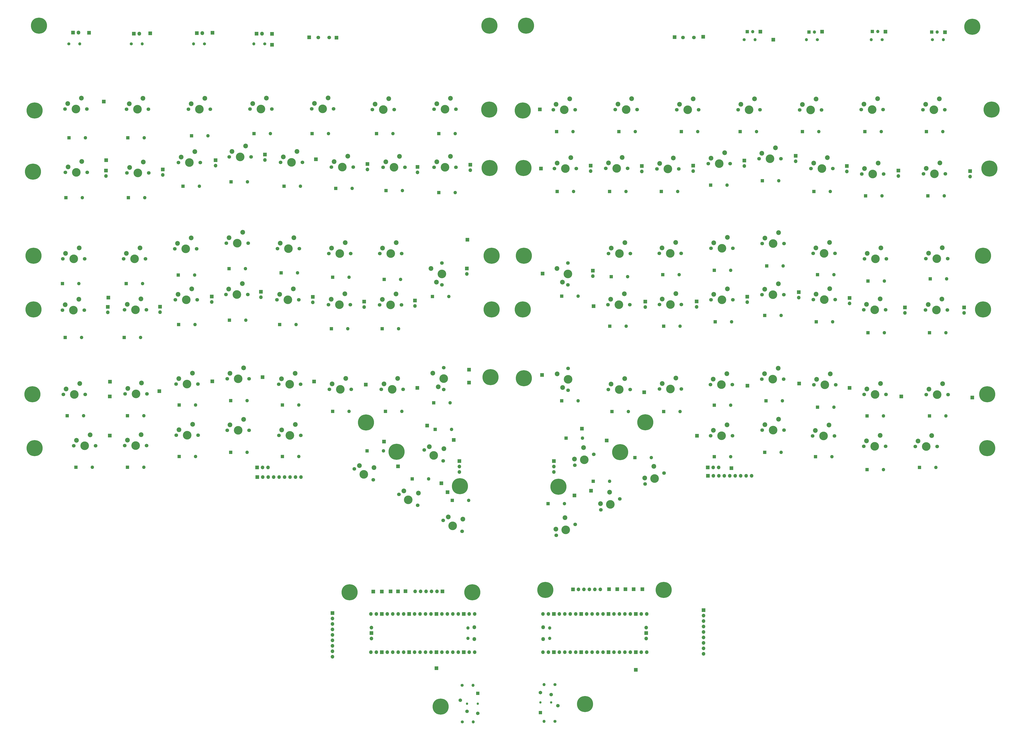
<source format=gbr>
%TF.GenerationSoftware,KiCad,Pcbnew,6.0.10-86aedd382b~118~ubuntu22.04.1*%
%TF.CreationDate,2022-12-23T12:35:11+01:00*%
%TF.ProjectId,Europe-flex,4575726f-7065-42d6-966c-65782e6b6963,rev?*%
%TF.SameCoordinates,Original*%
%TF.FileFunction,Soldermask,Top*%
%TF.FilePolarity,Negative*%
%FSLAX46Y46*%
G04 Gerber Fmt 4.6, Leading zero omitted, Abs format (unit mm)*
G04 Created by KiCad (PCBNEW 6.0.10-86aedd382b~118~ubuntu22.04.1) date 2022-12-23 12:35:11*
%MOMM*%
%LPD*%
G01*
G04 APERTURE LIST*
%ADD10R,1.700000X1.700000*%
%ADD11O,1.700000X1.700000*%
%ADD12R,1.600000X1.600000*%
%ADD13O,1.600000X1.600000*%
%ADD14C,7.500000*%
%ADD15C,1.700000*%
%ADD16C,4.000000*%
%ADD17C,2.200000*%
%ADD18R,1.500000X1.500000*%
%ADD19O,1.500000X1.500000*%
%ADD20C,1.400000*%
%ADD21O,1.400000X1.400000*%
%ADD22R,1.800000X1.800000*%
%ADD23O,1.800000X1.800000*%
%ADD24C,1.100000*%
%ADD25R,1.650000X1.650000*%
%ADD26C,1.650000*%
G04 APERTURE END LIST*
D10*
%TO.C,J37*%
X333500000Y-250000000D03*
D11*
X333500000Y-252540000D03*
X333500000Y-255080000D03*
%TD*%
D10*
%TO.C,J24*%
X405000000Y-253000000D03*
D11*
X407540000Y-253000000D03*
X410080000Y-253000000D03*
%TD*%
D10*
%TO.C,J22*%
X195500000Y-253000000D03*
D11*
X198040000Y-253000000D03*
X200580000Y-253000000D03*
%TD*%
D10*
%TO.C,J14*%
X289500000Y-250000000D03*
D11*
X289500000Y-252540000D03*
X289500000Y-255080000D03*
%TD*%
D10*
%TO.C,J45*%
X222850000Y-109650000D03*
%TD*%
%TO.C,J36*%
X125240000Y-110060000D03*
%TD*%
%TO.C,J35*%
X293260000Y-147110000D03*
%TD*%
%TO.C,J34*%
X126330000Y-174000000D03*
%TD*%
%TO.C,J33*%
X124180000Y-82780000D03*
%TD*%
%TO.C,J32*%
X127065000Y-213095000D03*
%TD*%
%TO.C,J31*%
X400000000Y-238240000D03*
%TD*%
%TO.C,J30*%
X328000000Y-210000000D03*
%TD*%
%TO.C,J29*%
X351920000Y-177950000D03*
%TD*%
%TO.C,J28*%
X328200000Y-162820000D03*
%TD*%
%TO.C,J27*%
X327420000Y-113930000D03*
%TD*%
%TO.C,J26*%
X326985000Y-86465000D03*
%TD*%
%TO.C,J20*%
X284000000Y-264500000D03*
%TD*%
%TO.C,J18*%
X261000000Y-252500000D03*
%TD*%
%TO.C,J16*%
X294000000Y-213500000D03*
%TD*%
%TO.C,J12*%
X270000000Y-216000000D03*
%TD*%
%TO.C,J9*%
X254500000Y-241000000D03*
%TD*%
%TO.C,J4*%
X126975000Y-238145000D03*
%TD*%
D12*
%TO.C,D23*%
X432100000Y-222000000D03*
D13*
X439720000Y-222000000D03*
%TD*%
D10*
%TO.C,J83*%
X398210000Y-112590000D03*
D11*
X398210000Y-115130000D03*
%TD*%
D12*
%TO.C,D91*%
X135190000Y-252930000D03*
D13*
X142810000Y-252930000D03*
%TD*%
D10*
%TO.C,J137*%
X261000000Y-310660000D03*
%TD*%
D14*
%TO.C,H34*%
X303500000Y-47500000D03*
%TD*%
D10*
%TO.C,J112*%
X527000000Y-115190000D03*
D11*
X527000000Y-117730000D03*
%TD*%
D12*
%TO.C,D61*%
X267614000Y-258312000D03*
D13*
X275234000Y-258312000D03*
%TD*%
D14*
%TO.C,H15*%
X295500000Y-311080000D03*
%TD*%
D10*
%TO.C,J39*%
X199080000Y-107460000D03*
D11*
X199080000Y-110000000D03*
%TD*%
D12*
%TO.C,D90*%
X165000000Y-98700000D03*
D13*
X172620000Y-98700000D03*
%TD*%
D14*
%TO.C,H24*%
X335580000Y-262000000D03*
%TD*%
D12*
%TO.C,D79*%
X183380000Y-120180000D03*
D13*
X191000000Y-120180000D03*
%TD*%
D15*
%TO.C,SW43*%
X340000000Y-168080000D03*
D16*
X340000000Y-163000000D03*
D15*
X340000000Y-157920000D03*
D17*
X334920000Y-160460000D03*
X337460000Y-166810000D03*
%TD*%
D16*
%TO.C,SW89*%
X139190000Y-218830000D03*
D15*
X144270000Y-218830000D03*
X134110000Y-218830000D03*
D17*
X141730000Y-213750000D03*
X135380000Y-216290000D03*
%TD*%
D16*
%TO.C,SW3*%
X511480000Y-155840000D03*
D15*
X506400000Y-155840000D03*
X516560000Y-155840000D03*
D17*
X514020000Y-150760000D03*
X507670000Y-153300000D03*
%TD*%
D10*
%TO.C,J141*%
X366736000Y-309672000D03*
%TD*%
D12*
%TO.C,D44*%
X351780000Y-259400000D03*
D13*
X359400000Y-259400000D03*
%TD*%
D12*
%TO.C,D47*%
X330780000Y-269880000D03*
D13*
X338400000Y-269880000D03*
%TD*%
D18*
%TO.C,D51*%
X509180000Y-50440000D03*
D19*
X511720000Y-50440000D03*
%TD*%
D15*
%TO.C,SW21*%
X440460000Y-148840000D03*
D16*
X435380000Y-148840000D03*
D15*
X430300000Y-148840000D03*
D17*
X437920000Y-143760000D03*
X431570000Y-146300000D03*
%TD*%
D14*
%TO.C,H9*%
X304500000Y-154500000D03*
%TD*%
D10*
%TO.C,J53*%
X245250000Y-175870000D03*
D11*
X245250000Y-178410000D03*
%TD*%
D15*
%TO.C,SW28*%
X416460000Y-214440000D03*
D16*
X411380000Y-214440000D03*
D15*
X406300000Y-214440000D03*
D17*
X413920000Y-209360000D03*
X407570000Y-211900000D03*
%TD*%
D12*
%TO.C,D26*%
X408100000Y-161300000D03*
D13*
X415720000Y-161300000D03*
%TD*%
D12*
%TO.C,D95*%
X135190000Y-228930000D03*
D13*
X142810000Y-228930000D03*
%TD*%
D10*
%TO.C,J110*%
X528000000Y-220500000D03*
%TD*%
D15*
%TO.C,SW80*%
X157910000Y-238030000D03*
X168070000Y-238030000D03*
D16*
X162990000Y-238030000D03*
D17*
X165530000Y-232950000D03*
X159180000Y-235490000D03*
%TD*%
D10*
%TO.C,J152*%
X389636000Y-52832000D03*
%TD*%
D12*
%TO.C,D43*%
X337100000Y-173300000D03*
D13*
X344720000Y-173300000D03*
%TD*%
D15*
%TO.C,SW5*%
X506300000Y-179740000D03*
X516460000Y-179740000D03*
D16*
X511380000Y-179740000D03*
D17*
X513920000Y-174660000D03*
X507570000Y-177200000D03*
%TD*%
D20*
%TO.C,R10*%
X136920000Y-56000000D03*
D21*
X142000000Y-56000000D03*
%TD*%
D16*
%TO.C,SW9*%
X482980000Y-155940000D03*
D15*
X488060000Y-155940000D03*
X477900000Y-155940000D03*
D17*
X485520000Y-150860000D03*
X479170000Y-153400000D03*
%TD*%
D15*
%TO.C,SW35*%
X384699405Y-255620009D03*
X375900586Y-260700009D03*
D16*
X380299995Y-258160009D03*
D17*
X379959700Y-252490600D03*
X375730439Y-257865305D03*
%TD*%
D16*
%TO.C,SW34*%
X387680000Y-216540000D03*
D15*
X382600000Y-216540000D03*
X392760000Y-216540000D03*
D17*
X390220000Y-211460000D03*
X383870000Y-214000000D03*
%TD*%
D10*
%TO.C,J102*%
X471000000Y-174144000D03*
D11*
X471000000Y-176684000D03*
%TD*%
D14*
%TO.C,H4*%
X91500000Y-154500000D03*
%TD*%
D20*
%TO.C,R11*%
X290830000Y-354340000D03*
D21*
X295910000Y-354340000D03*
%TD*%
D16*
%TO.C,SW53*%
X281420000Y-162960000D03*
D15*
X281420000Y-157880000D03*
X281420000Y-168040000D03*
D17*
X276340000Y-160420000D03*
X278880000Y-166770000D03*
%TD*%
D10*
%TO.C,J76*%
X374370000Y-112810000D03*
D11*
X374370000Y-115350000D03*
%TD*%
D12*
%TO.C,D93*%
X134600000Y-167500000D03*
D13*
X142220000Y-167500000D03*
%TD*%
D15*
%TO.C,SW11*%
X477600000Y-179640000D03*
D16*
X482680000Y-179640000D03*
D15*
X487760000Y-179640000D03*
D17*
X485220000Y-174560000D03*
X478870000Y-177100000D03*
%TD*%
D10*
%TO.C,J148*%
X515366000Y-50546000D03*
%TD*%
D20*
%TO.C,R8*%
X171000000Y-56000000D03*
D21*
X165920000Y-56000000D03*
%TD*%
D12*
%TO.C,D88*%
X158790000Y-163500000D03*
D13*
X166410000Y-163500000D03*
%TD*%
D16*
%TO.C,SW7*%
X481480000Y-86540000D03*
D15*
X476400000Y-86540000D03*
X486560000Y-86540000D03*
D17*
X484020000Y-81460000D03*
X477670000Y-84000000D03*
%TD*%
D10*
%TO.C,J120*%
X346500000Y-235000000D03*
%TD*%
D15*
%TO.C,SW58*%
X262680000Y-153500000D03*
X252520000Y-153500000D03*
D16*
X257600000Y-153500000D03*
D17*
X260140000Y-148420000D03*
X253790000Y-150960000D03*
%TD*%
D15*
%TO.C,SW76*%
X181120000Y-148700000D03*
D16*
X186200000Y-148700000D03*
D15*
X191280000Y-148700000D03*
D17*
X188740000Y-143620000D03*
X182390000Y-146160000D03*
%TD*%
D12*
%TO.C,D35*%
X384480000Y-227000000D03*
D13*
X392100000Y-227000000D03*
%TD*%
D10*
%TO.C,J78*%
X376010000Y-175840000D03*
D11*
X376010000Y-178380000D03*
%TD*%
D12*
%TO.C,D83*%
X183190000Y-245930000D03*
D13*
X190810000Y-245930000D03*
%TD*%
D14*
%TO.C,H23*%
X376000000Y-232000000D03*
%TD*%
D10*
%TO.C,J47*%
X221410000Y-173680000D03*
D11*
X221410000Y-176220000D03*
%TD*%
D12*
%TO.C,D66*%
X280000000Y-97700000D03*
D13*
X287620000Y-97700000D03*
%TD*%
D14*
%TO.C,H27*%
X537000000Y-86500000D03*
%TD*%
D16*
%TO.C,SW20*%
X433980000Y-109400000D03*
D15*
X428900000Y-109400000D03*
X439060000Y-109400000D03*
D17*
X436520000Y-104320000D03*
X430170000Y-106860000D03*
%TD*%
D14*
%TO.C,H19*%
X289800000Y-261700000D03*
%TD*%
D12*
%TO.C,D81*%
X182600000Y-184500000D03*
D13*
X190220000Y-184500000D03*
%TD*%
D15*
%TO.C,SW29*%
X416660000Y-175040000D03*
D16*
X411580000Y-175040000D03*
D15*
X406500000Y-175040000D03*
D17*
X414120000Y-169960000D03*
X407770000Y-172500000D03*
%TD*%
D16*
%TO.C,SW17*%
X459180000Y-174940000D03*
D15*
X464260000Y-174940000D03*
X454100000Y-174940000D03*
D17*
X461720000Y-169860000D03*
X455370000Y-172400000D03*
%TD*%
D12*
%TO.C,D86*%
X159190000Y-247930000D03*
D13*
X166810000Y-247930000D03*
%TD*%
D10*
%TO.C,J6*%
X195578000Y-257463000D03*
D11*
X198118000Y-257463000D03*
X200658000Y-257463000D03*
X203198000Y-257463000D03*
X205738000Y-257463000D03*
X208278000Y-257463000D03*
X210818000Y-257463000D03*
X213358000Y-257463000D03*
X215898000Y-257463000D03*
%TD*%
D15*
%TO.C,SW74*%
X191770000Y-235730000D03*
X181610000Y-235730000D03*
D16*
X186690000Y-235730000D03*
D17*
X189230000Y-230650000D03*
X182880000Y-233190000D03*
%TD*%
D15*
%TO.C,SW66*%
X259180000Y-86500000D03*
D16*
X254100000Y-86500000D03*
D15*
X249020000Y-86500000D03*
D17*
X256640000Y-81420000D03*
X250290000Y-83960000D03*
%TD*%
D10*
%TO.C,J63*%
X293000000Y-160420000D03*
D11*
X293000000Y-162960000D03*
%TD*%
D12*
%TO.C,D40*%
X360100000Y-164300000D03*
D13*
X367720000Y-164300000D03*
%TD*%
D15*
%TO.C,SW85*%
X133820000Y-179700000D03*
D16*
X138900000Y-179700000D03*
D15*
X143980000Y-179700000D03*
D17*
X141440000Y-174620000D03*
X135090000Y-177160000D03*
%TD*%
D14*
%TO.C,H16*%
X304500000Y-179500000D03*
%TD*%
D12*
%TO.C,D62*%
X254600000Y-165500000D03*
D13*
X262220000Y-165500000D03*
%TD*%
D10*
%TO.C,J70*%
X350776000Y-263856000D03*
%TD*%
D16*
%TO.C,SW15*%
X459080000Y-153440000D03*
D15*
X454000000Y-153440000D03*
X464160000Y-153440000D03*
D17*
X461620000Y-148360000D03*
X455270000Y-150900000D03*
%TD*%
D12*
%TO.C,D92*%
X135600000Y-127500000D03*
D13*
X143220000Y-127500000D03*
%TD*%
D12*
%TO.C,D82*%
X183190000Y-221930000D03*
D13*
X190810000Y-221930000D03*
%TD*%
D10*
%TO.C,J133*%
X202438000Y-56388000D03*
%TD*%
%TO.C,J142*%
X458216000Y-50292000D03*
%TD*%
D20*
%TO.C,R1*%
X421920000Y-54000000D03*
D21*
X427000000Y-54000000D03*
%TD*%
D15*
%TO.C,SW6*%
X511660000Y-243240000D03*
D16*
X506580000Y-243240000D03*
D15*
X501500000Y-243240000D03*
D17*
X509120000Y-238160000D03*
X502770000Y-240700000D03*
%TD*%
D12*
%TO.C,D56*%
X286234000Y-268312000D03*
D13*
X293854000Y-268312000D03*
%TD*%
D10*
%TO.C,J98*%
X471000000Y-216000000D03*
%TD*%
D12*
%TO.C,D73*%
X208000000Y-122180000D03*
D13*
X215620000Y-122180000D03*
%TD*%
D16*
%TO.C,SW27*%
X411580000Y-151040000D03*
D15*
X406500000Y-151040000D03*
X416660000Y-151040000D03*
D17*
X414120000Y-145960000D03*
X407770000Y-148500000D03*
%TD*%
D12*
%TO.C,D42*%
X335000000Y-124660000D03*
D13*
X342620000Y-124660000D03*
%TD*%
D15*
%TO.C,SW88*%
X143580000Y-156000000D03*
D16*
X138500000Y-156000000D03*
D15*
X133420000Y-156000000D03*
D17*
X141040000Y-150920000D03*
X134690000Y-153460000D03*
%TD*%
D16*
%TO.C,SW62*%
X235100000Y-113280000D03*
D15*
X240180000Y-113280000D03*
X230020000Y-113280000D03*
D17*
X237640000Y-108200000D03*
X231290000Y-110740000D03*
%TD*%
D14*
%TO.C,H18*%
X92000000Y-244000000D03*
%TD*%
D10*
%TO.C,J119*%
X286913700Y-240222600D03*
%TD*%
D15*
%TO.C,SW87*%
X134920000Y-115980000D03*
X145080000Y-115980000D03*
D16*
X140000000Y-115980000D03*
D17*
X142540000Y-110900000D03*
X136190000Y-113440000D03*
%TD*%
D10*
%TO.C,J108*%
X496710000Y-178550000D03*
D11*
X496710000Y-181090000D03*
%TD*%
D14*
%TO.C,H25*%
X533000000Y-154500000D03*
%TD*%
D10*
%TO.C,J139*%
X370546000Y-309672000D03*
%TD*%
D14*
%TO.C,H10*%
X260300000Y-245700000D03*
%TD*%
D10*
%TO.C,J146*%
X487680000Y-50292000D03*
%TD*%
D12*
%TO.C,D98*%
X106190000Y-192500000D03*
D13*
X113810000Y-192500000D03*
%TD*%
D14*
%TO.C,H17*%
X246100000Y-232100000D03*
%TD*%
D15*
%TO.C,SW4*%
X506600000Y-219140000D03*
X516760000Y-219140000D03*
D16*
X511680000Y-219140000D03*
D17*
X514220000Y-214060000D03*
X507870000Y-216600000D03*
%TD*%
D16*
%TO.C,SW93*%
X111400000Y-115780000D03*
D15*
X106320000Y-115780000D03*
X116480000Y-115780000D03*
D17*
X113940000Y-110700000D03*
X107590000Y-113240000D03*
%TD*%
D12*
%TO.C,D10*%
X479480000Y-190300000D03*
D13*
X487100000Y-190300000D03*
%TD*%
D16*
%TO.C,SW90*%
X139800000Y-86400000D03*
D15*
X134720000Y-86400000D03*
X144880000Y-86400000D03*
D17*
X142340000Y-81320000D03*
X135990000Y-83860000D03*
%TD*%
D12*
%TO.C,D70*%
X229980000Y-188500000D03*
D13*
X237600000Y-188500000D03*
%TD*%
D12*
%TO.C,D39*%
X360480000Y-227000000D03*
D13*
X368100000Y-227000000D03*
%TD*%
D15*
%TO.C,SW39*%
X358900000Y-153540000D03*
X369060000Y-153540000D03*
D16*
X363980000Y-153540000D03*
D17*
X366520000Y-148460000D03*
X360170000Y-151000000D03*
%TD*%
D12*
%TO.C,D69*%
X230600000Y-164500000D03*
D13*
X238220000Y-164500000D03*
%TD*%
D12*
%TO.C,D100*%
X106600000Y-127500000D03*
D13*
X114220000Y-127500000D03*
%TD*%
D14*
%TO.C,H37*%
X319500000Y-154500000D03*
%TD*%
D10*
%TO.C,J85*%
X399850000Y-175740000D03*
D11*
X399850000Y-178280000D03*
%TD*%
D12*
%TO.C,D99*%
X107190000Y-228930000D03*
D13*
X114810000Y-228930000D03*
%TD*%
D14*
%TO.C,H1*%
X92000000Y-87000000D03*
%TD*%
D10*
%TO.C,J92*%
X447500000Y-214000000D03*
%TD*%
%TO.C,J43*%
X174600000Y-212920000D03*
%TD*%
D20*
%TO.C,R4*%
X486080000Y-54000000D03*
D21*
X481000000Y-54000000D03*
%TD*%
D10*
%TO.C,J130*%
X117348000Y-50800000D03*
%TD*%
D12*
%TO.C,D80*%
X182410000Y-160500000D03*
D13*
X190030000Y-160500000D03*
%TD*%
D15*
%TO.C,SW31*%
X362000000Y-86540000D03*
X372160000Y-86540000D03*
D16*
X367080000Y-86540000D03*
D17*
X369620000Y-81460000D03*
X363270000Y-84000000D03*
%TD*%
D12*
%TO.C,D2*%
X507380000Y-126660000D03*
D13*
X515000000Y-126660000D03*
%TD*%
D15*
%TO.C,SW81*%
X169080000Y-111180000D03*
X158920000Y-111180000D03*
D16*
X164000000Y-111180000D03*
D17*
X166540000Y-106100000D03*
X160190000Y-108640000D03*
%TD*%
D10*
%TO.C,J147*%
X359116000Y-309672000D03*
%TD*%
D14*
%TO.C,H12*%
X303400000Y-86500000D03*
%TD*%
%TO.C,H5*%
X329500000Y-310000000D03*
%TD*%
D10*
%TO.C,J114*%
X524180000Y-178600000D03*
D11*
X524180000Y-181140000D03*
%TD*%
D12*
%TO.C,D41*%
X359480000Y-187300000D03*
D13*
X367100000Y-187300000D03*
%TD*%
D12*
%TO.C,D34*%
X384480000Y-187300000D03*
D13*
X392100000Y-187300000D03*
%TD*%
D12*
%TO.C,D24*%
X431480000Y-246000000D03*
D13*
X439100000Y-246000000D03*
%TD*%
D16*
%TO.C,SW54*%
X282230000Y-211650000D03*
D15*
X282230000Y-206570000D03*
X282230000Y-216730000D03*
D17*
X277150000Y-209110000D03*
X279690000Y-215460000D03*
%TD*%
D12*
%TO.C,D58*%
X277570000Y-222930000D03*
D13*
X285190000Y-222930000D03*
%TD*%
D12*
%TO.C,D16*%
X456100000Y-225000000D03*
D13*
X463720000Y-225000000D03*
%TD*%
D14*
%TO.C,H32*%
X536000000Y-114000000D03*
%TD*%
%TO.C,H30*%
X364280000Y-245900000D03*
%TD*%
D15*
%TO.C,SW19*%
X429300000Y-86660000D03*
X419140000Y-86660000D03*
D16*
X424220000Y-86660000D03*
D17*
X426760000Y-81580000D03*
X420410000Y-84120000D03*
%TD*%
D12*
%TO.C,D27*%
X406380000Y-121660000D03*
D13*
X414000000Y-121660000D03*
%TD*%
D20*
%TO.C,R12*%
X107920000Y-56000000D03*
D21*
X113000000Y-56000000D03*
%TD*%
D10*
%TO.C,J134*%
X278866000Y-346372000D03*
%TD*%
D15*
%TO.C,SW47*%
X334600586Y-284540009D03*
D16*
X338999995Y-282000009D03*
D15*
X343399405Y-279460009D03*
D17*
X338659700Y-276330600D03*
X334430439Y-281705305D03*
%TD*%
D10*
%TO.C,J3*%
X281630000Y-310660000D03*
D11*
X279090000Y-310660000D03*
X276550000Y-310660000D03*
X274010000Y-310660000D03*
X271470000Y-310660000D03*
X268930000Y-310660000D03*
%TD*%
D10*
%TO.C,J25*%
X174370000Y-173450000D03*
D11*
X174370000Y-175990000D03*
%TD*%
D18*
%TO.C,D49*%
X452064700Y-50440000D03*
D19*
X454604700Y-50440000D03*
%TD*%
D10*
%TO.C,J144*%
X371562000Y-347106000D03*
%TD*%
D16*
%TO.C,SW18*%
X458880000Y-238340000D03*
D15*
X453800000Y-238340000D03*
X463960000Y-238340000D03*
D17*
X461420000Y-233260000D03*
X455070000Y-235800000D03*
%TD*%
D12*
%TO.C,D14*%
X454380000Y-124660000D03*
D13*
X462000000Y-124660000D03*
%TD*%
D10*
%TO.C,J65*%
X246000000Y-214500000D03*
%TD*%
%TO.C,J19*%
X150310000Y-178270000D03*
D11*
X150310000Y-180810000D03*
%TD*%
D15*
%TO.C,SW96*%
X116280000Y-86300000D03*
D16*
X111200000Y-86300000D03*
D15*
X106120000Y-86300000D03*
D17*
X113740000Y-81220000D03*
X107390000Y-83760000D03*
%TD*%
D16*
%TO.C,SW67*%
X209800000Y-175000000D03*
D15*
X204720000Y-175000000D03*
X214880000Y-175000000D03*
D17*
X212340000Y-169920000D03*
X205990000Y-172460000D03*
%TD*%
D15*
%TO.C,SW41*%
X358600000Y-177340000D03*
D16*
X363680000Y-177340000D03*
D15*
X368760000Y-177340000D03*
D17*
X366220000Y-172260000D03*
X359870000Y-174800000D03*
%TD*%
D14*
%TO.C,H21*%
X319000000Y-87000000D03*
%TD*%
%TO.C,H28*%
X533000000Y-179500000D03*
%TD*%
D12*
%TO.C,D4*%
X508100000Y-190300000D03*
D13*
X515720000Y-190300000D03*
%TD*%
D15*
%TO.C,SW46*%
X343200586Y-251969409D03*
X351999405Y-246889409D03*
D16*
X347599995Y-249429409D03*
D17*
X347259700Y-243760000D03*
X343030439Y-249134705D03*
%TD*%
D10*
%TO.C,J151*%
X374610000Y-309672000D03*
%TD*%
%TO.C,J143*%
X435500000Y-54000000D03*
%TD*%
D16*
%TO.C,SW16*%
X459480000Y-214540000D03*
D15*
X464560000Y-214540000D03*
X454400000Y-214540000D03*
D17*
X462020000Y-209460000D03*
X455670000Y-212000000D03*
%TD*%
D14*
%TO.C,H36*%
X528000000Y-48000000D03*
%TD*%
D12*
%TO.C,D63*%
X253600000Y-188500000D03*
D13*
X261220000Y-188500000D03*
%TD*%
D12*
%TO.C,D33*%
X384100000Y-163300000D03*
D13*
X391720000Y-163300000D03*
%TD*%
D10*
%TO.C,J145*%
X362926000Y-309672000D03*
%TD*%
D15*
%TO.C,SW22*%
X430160000Y-211960000D03*
X440320000Y-211960000D03*
D16*
X435240000Y-211960000D03*
D17*
X437780000Y-206880000D03*
X431430000Y-209420000D03*
%TD*%
D10*
%TO.C,J10*%
X342320000Y-309720000D03*
D11*
X344860000Y-309720000D03*
X347400000Y-309720000D03*
X349940000Y-309720000D03*
X352480000Y-309720000D03*
X355020000Y-309720000D03*
%TD*%
D16*
%TO.C,SW26*%
X410380000Y-111700000D03*
D15*
X405300000Y-111700000D03*
X415460000Y-111700000D03*
D17*
X412920000Y-106620000D03*
X406570000Y-109160000D03*
%TD*%
D12*
%TO.C,D25*%
X392700000Y-96800000D03*
D13*
X400320000Y-96800000D03*
%TD*%
D22*
%TO.C,D54*%
X138100000Y-51200000D03*
D23*
X140640000Y-51200000D03*
%TD*%
D15*
%TO.C,SW12*%
X477600000Y-243140000D03*
D16*
X482680000Y-243140000D03*
D15*
X487760000Y-243140000D03*
D17*
X485220000Y-238060000D03*
X478870000Y-240600000D03*
%TD*%
D10*
%TO.C,J128*%
X416010000Y-253350000D03*
%TD*%
D15*
%TO.C,SW84*%
X163520000Y-86400000D03*
X173680000Y-86400000D03*
D16*
X168600000Y-86400000D03*
D17*
X171140000Y-81320000D03*
X164790000Y-83860000D03*
%TD*%
D10*
%TO.C,J131*%
X253500000Y-310740000D03*
%TD*%
D12*
%TO.C,D5*%
X508100000Y-229000000D03*
D13*
X515720000Y-229000000D03*
%TD*%
D12*
%TO.C,D78*%
X221000000Y-97700000D03*
D13*
X228620000Y-97700000D03*
%TD*%
D12*
%TO.C,D96*%
X135380000Y-99700000D03*
D13*
X143000000Y-99700000D03*
%TD*%
D15*
%TO.C,SW60*%
X277720000Y-86400000D03*
D16*
X282800000Y-86400000D03*
D15*
X287880000Y-86400000D03*
D17*
X285340000Y-81320000D03*
X278990000Y-83860000D03*
%TD*%
D10*
%TO.C,J60*%
X268856000Y-175360000D03*
D11*
X268856000Y-177900000D03*
%TD*%
D14*
%TO.C,H38*%
X319500000Y-211500000D03*
%TD*%
D15*
%TO.C,SW56*%
X262580000Y-177400000D03*
D16*
X257500000Y-177400000D03*
D15*
X252420000Y-177400000D03*
D17*
X260040000Y-172320000D03*
X253690000Y-174860000D03*
%TD*%
D20*
%TO.C,R6*%
X509460000Y-54000000D03*
D21*
X514540000Y-54000000D03*
%TD*%
D12*
%TO.C,D65*%
X255190000Y-226930000D03*
D13*
X262810000Y-226930000D03*
%TD*%
D10*
%TO.C,J8*%
X403025000Y-319350000D03*
D11*
X403025000Y-321890000D03*
X403025000Y-324430000D03*
X403025000Y-326970000D03*
X403025000Y-329510000D03*
X403025000Y-332050000D03*
X403025000Y-334590000D03*
X403025000Y-337130000D03*
X403025000Y-339670000D03*
%TD*%
D10*
%TO.C,J86*%
X423500000Y-215000000D03*
%TD*%
%TO.C,J150*%
X232410000Y-53086000D03*
%TD*%
D12*
%TO.C,D77*%
X206600000Y-162500000D03*
D13*
X214220000Y-162500000D03*
%TD*%
D10*
%TO.C,J117*%
X281130000Y-260386000D03*
%TD*%
D15*
%TO.C,SW36*%
X382600000Y-177240000D03*
D16*
X387680000Y-177240000D03*
D15*
X392760000Y-177240000D03*
D17*
X390220000Y-172160000D03*
X383870000Y-174700000D03*
%TD*%
D20*
%TO.C,R3*%
X334000000Y-371080000D03*
D21*
X328920000Y-371080000D03*
%TD*%
D10*
%TO.C,J41*%
X197250000Y-171310000D03*
D11*
X197250000Y-173850000D03*
%TD*%
D14*
%TO.C,H13*%
X280780000Y-364260000D03*
%TD*%
D10*
%TO.C,J149*%
X264500000Y-310558000D03*
%TD*%
D12*
%TO.C,D3*%
X508480000Y-165300000D03*
D13*
X516100000Y-165300000D03*
%TD*%
D14*
%TO.C,H8*%
X91000000Y-219000000D03*
%TD*%
D12*
%TO.C,D72*%
X251000000Y-97700000D03*
D13*
X258620000Y-97700000D03*
%TD*%
D12*
%TO.C,D18*%
X455100000Y-248000000D03*
D13*
X462720000Y-248000000D03*
%TD*%
D12*
%TO.C,D28*%
X408480000Y-185300000D03*
D13*
X416100000Y-185300000D03*
%TD*%
D10*
%TO.C,J118*%
X294000000Y-207554000D03*
%TD*%
D12*
%TO.C,D71*%
X230570000Y-226930000D03*
D13*
X238190000Y-226930000D03*
%TD*%
D10*
%TO.C,J74*%
X375500000Y-218000000D03*
%TD*%
D14*
%TO.C,H22*%
X319000000Y-179500000D03*
%TD*%
%TO.C,H2*%
X91500000Y-179500000D03*
%TD*%
D15*
%TO.C,SW1*%
X515260000Y-86640000D03*
D16*
X510180000Y-86640000D03*
D15*
X505100000Y-86640000D03*
D17*
X512720000Y-81560000D03*
X506370000Y-84100000D03*
%TD*%
D12*
%TO.C,D8*%
X478380000Y-126660000D03*
D13*
X486000000Y-126660000D03*
%TD*%
D16*
%TO.C,SW73*%
X186100000Y-172600000D03*
D15*
X191180000Y-172600000D03*
X181020000Y-172600000D03*
D17*
X188640000Y-167520000D03*
X182290000Y-170060000D03*
%TD*%
D12*
%TO.C,D1*%
X506700000Y-96800000D03*
D13*
X514320000Y-96800000D03*
%TD*%
D12*
%TO.C,D22*%
X431480000Y-182300000D03*
D13*
X439100000Y-182300000D03*
%TD*%
D14*
%TO.C,H31*%
X535000000Y-219000000D03*
%TD*%
D12*
%TO.C,D46*%
X339160000Y-239400000D03*
D13*
X346780000Y-239400000D03*
%TD*%
D18*
%TO.C,D48*%
X423364700Y-50340000D03*
D19*
X425904700Y-50340000D03*
%TD*%
D15*
%TO.C,SW51*%
X281973405Y-249972009D03*
D16*
X277573995Y-247432009D03*
D15*
X273174586Y-244892009D03*
D17*
X282313700Y-244302600D03*
X275544439Y-243327305D03*
%TD*%
D10*
%TO.C,J21*%
X150000000Y-217500000D03*
%TD*%
D16*
%TO.C,SW71*%
X210590000Y-214330000D03*
D15*
X205510000Y-214330000D03*
X215670000Y-214330000D03*
D17*
X213130000Y-209250000D03*
X206780000Y-211790000D03*
%TD*%
D15*
%TO.C,SW91*%
X115080000Y-179800000D03*
X104920000Y-179800000D03*
D16*
X110000000Y-179800000D03*
D17*
X112540000Y-174720000D03*
X106190000Y-177260000D03*
%TD*%
D16*
%TO.C,SW69*%
X211500000Y-111080000D03*
D15*
X206420000Y-111080000D03*
X216580000Y-111080000D03*
D17*
X214040000Y-106000000D03*
X207690000Y-108540000D03*
%TD*%
D15*
%TO.C,SW86*%
X133910000Y-242830000D03*
D16*
X138990000Y-242830000D03*
D15*
X144070000Y-242830000D03*
D17*
X141530000Y-237750000D03*
X135180000Y-240290000D03*
%TD*%
D14*
%TO.C,H7*%
X384500000Y-310000000D03*
%TD*%
D10*
%TO.C,J116*%
X274500000Y-233500000D03*
%TD*%
%TO.C,J58*%
X270020000Y-113220000D03*
D11*
X270020000Y-115760000D03*
%TD*%
D12*
%TO.C,D11*%
X479100000Y-229000000D03*
D13*
X486720000Y-229000000D03*
%TD*%
D12*
%TO.C,D89*%
X159190000Y-223930000D03*
D13*
X166810000Y-223930000D03*
%TD*%
D15*
%TO.C,SW32*%
X381400000Y-114100000D03*
D16*
X386480000Y-114100000D03*
D15*
X391560000Y-114100000D03*
D17*
X389020000Y-109020000D03*
X382670000Y-111560000D03*
%TD*%
D22*
%TO.C,D55*%
X109900000Y-50700000D03*
D23*
X112440000Y-50700000D03*
%TD*%
D20*
%TO.C,R2*%
X456000000Y-54000000D03*
D21*
X450920000Y-54000000D03*
%TD*%
D12*
%TO.C,D67*%
X246614000Y-245312000D03*
D13*
X254234000Y-245312000D03*
%TD*%
D20*
%TO.C,R7*%
X199000000Y-56000000D03*
D21*
X193920000Y-56000000D03*
%TD*%
D14*
%TO.C,H29*%
X535000000Y-244000000D03*
%TD*%
D12*
%TO.C,D21*%
X432480000Y-159300000D03*
D13*
X440100000Y-159300000D03*
%TD*%
D10*
%TO.C,J122*%
X219700000Y-52900000D03*
%TD*%
D20*
%TO.C,R9*%
X290910000Y-371340000D03*
D21*
X295990000Y-371340000D03*
%TD*%
D16*
%TO.C,SW2*%
X510380000Y-116400000D03*
D15*
X505300000Y-116400000D03*
X515460000Y-116400000D03*
D17*
X512920000Y-111320000D03*
X506570000Y-113860000D03*
%TD*%
D14*
%TO.C,H11*%
X91200000Y-115400000D03*
%TD*%
D10*
%TO.C,J72*%
X351550000Y-161480000D03*
D11*
X351550000Y-164020000D03*
%TD*%
D10*
%TO.C,J96*%
X447340000Y-171420000D03*
D11*
X447340000Y-173960000D03*
%TD*%
D15*
%TO.C,SW10*%
X477700000Y-219040000D03*
X487860000Y-219040000D03*
D16*
X482780000Y-219040000D03*
D17*
X485320000Y-213960000D03*
X478970000Y-216500000D03*
%TD*%
D12*
%TO.C,D97*%
X111190000Y-252930000D03*
D13*
X118810000Y-252930000D03*
%TD*%
D10*
%TO.C,J17*%
X151610000Y-114420000D03*
D11*
X151610000Y-116960000D03*
%TD*%
D15*
%TO.C,SW77*%
X181610000Y-211730000D03*
D16*
X186690000Y-211730000D03*
D15*
X191770000Y-211730000D03*
D17*
X189230000Y-206650000D03*
X182880000Y-209190000D03*
%TD*%
D15*
%TO.C,SW95*%
X115570000Y-219030000D03*
X105410000Y-219030000D03*
D16*
X110490000Y-219030000D03*
D17*
X113030000Y-213950000D03*
X106680000Y-216490000D03*
%TD*%
D10*
%TO.C,J106*%
X493670000Y-114900000D03*
D11*
X493670000Y-117440000D03*
%TD*%
D20*
%TO.C,R5*%
X333960000Y-354000000D03*
D21*
X328880000Y-354000000D03*
%TD*%
D15*
%TO.C,SW45*%
X364099405Y-267620009D03*
D16*
X359699995Y-270160009D03*
D15*
X355300586Y-272700009D03*
D17*
X359359700Y-264490600D03*
X355130439Y-269865305D03*
%TD*%
D15*
%TO.C,SW30*%
X406400000Y-238240000D03*
X416560000Y-238240000D03*
D16*
X411480000Y-238240000D03*
D17*
X414020000Y-233160000D03*
X407670000Y-235700000D03*
%TD*%
D15*
%TO.C,SW55*%
X270173405Y-270572009D03*
X261374586Y-265492009D03*
D16*
X265773995Y-268032009D03*
D17*
X270513700Y-264902600D03*
X263744439Y-263927305D03*
%TD*%
D12*
%TO.C,D75*%
X207190000Y-223930000D03*
D13*
X214810000Y-223930000D03*
%TD*%
D10*
%TO.C,J49*%
X198000000Y-211000000D03*
%TD*%
%TO.C,J55*%
X222000000Y-213000000D03*
%TD*%
D16*
%TO.C,SW78*%
X197200000Y-86300000D03*
D15*
X202280000Y-86300000D03*
X192120000Y-86300000D03*
D17*
X199740000Y-81220000D03*
X193390000Y-83760000D03*
%TD*%
D10*
%TO.C,J7*%
X405110000Y-256920000D03*
D11*
X407650000Y-256920000D03*
X410190000Y-256920000D03*
X412730000Y-256920000D03*
X415270000Y-256920000D03*
X417810000Y-256920000D03*
X420350000Y-256920000D03*
X422890000Y-256920000D03*
X425430000Y-256920000D03*
%TD*%
D15*
%TO.C,SW70*%
X204920000Y-151200000D03*
D16*
X210000000Y-151200000D03*
D15*
X215080000Y-151200000D03*
D17*
X212540000Y-146120000D03*
X206190000Y-148660000D03*
%TD*%
D10*
%TO.C,J104*%
X495000000Y-220000000D03*
%TD*%
D15*
%TO.C,SW94*%
X115280000Y-156000000D03*
X105120000Y-156000000D03*
D16*
X110200000Y-156000000D03*
D17*
X112740000Y-150920000D03*
X106390000Y-153460000D03*
%TD*%
D15*
%TO.C,SW79*%
X167580000Y-175000000D03*
D16*
X162500000Y-175000000D03*
D15*
X157420000Y-175000000D03*
D17*
X165040000Y-169920000D03*
X158690000Y-172460000D03*
%TD*%
D15*
%TO.C,SW72*%
X230980000Y-86200000D03*
X220820000Y-86200000D03*
D16*
X225900000Y-86200000D03*
D17*
X228440000Y-81120000D03*
X222090000Y-83660000D03*
%TD*%
D12*
%TO.C,D19*%
X420080000Y-96800000D03*
D13*
X427700000Y-96800000D03*
%TD*%
D10*
%TO.C,J138*%
X202438000Y-51308000D03*
%TD*%
D12*
%TO.C,D74*%
X205980000Y-186500000D03*
D13*
X213600000Y-186500000D03*
%TD*%
D15*
%TO.C,SW13*%
X447800000Y-86740000D03*
D16*
X452880000Y-86740000D03*
D15*
X457960000Y-86740000D03*
D17*
X455420000Y-81660000D03*
X449070000Y-84200000D03*
%TD*%
D12*
%TO.C,D36*%
X371160000Y-248400000D03*
D13*
X378780000Y-248400000D03*
%TD*%
D12*
%TO.C,D59*%
X276980000Y-173500000D03*
D13*
X284600000Y-173500000D03*
%TD*%
D10*
%TO.C,J140*%
X429514000Y-50292000D03*
%TD*%
%TO.C,J62*%
X294600000Y-112180000D03*
D11*
X294600000Y-114720000D03*
%TD*%
D14*
%TO.C,H14*%
X238500000Y-311080000D03*
%TD*%
D15*
%TO.C,SW8*%
X476600000Y-116500000D03*
D16*
X481680000Y-116500000D03*
D15*
X486760000Y-116500000D03*
D17*
X484220000Y-111420000D03*
X477870000Y-113960000D03*
%TD*%
D12*
%TO.C,D32*%
X383380000Y-124660000D03*
D13*
X391000000Y-124660000D03*
%TD*%
D14*
%TO.C,H6*%
X347920000Y-363080000D03*
%TD*%
D10*
%TO.C,J153*%
X402900000Y-52700000D03*
%TD*%
D12*
%TO.C,D9*%
X479480000Y-166300000D03*
D13*
X487100000Y-166300000D03*
%TD*%
D15*
%TO.C,SW33*%
X382500000Y-153440000D03*
X392660000Y-153440000D03*
D16*
X387580000Y-153440000D03*
D17*
X390120000Y-148360000D03*
X383770000Y-150900000D03*
%TD*%
D10*
%TO.C,J5*%
X230500000Y-320760000D03*
D11*
X230500000Y-323300000D03*
X230500000Y-325840000D03*
X230500000Y-328380000D03*
X230500000Y-330920000D03*
X230500000Y-333460000D03*
X230500000Y-336000000D03*
X230500000Y-338540000D03*
X230500000Y-341080000D03*
%TD*%
D12*
%TO.C,D101*%
X104980000Y-167500000D03*
D13*
X112600000Y-167500000D03*
%TD*%
D12*
%TO.C,D76*%
X207190000Y-247930000D03*
D13*
X214810000Y-247930000D03*
%TD*%
D12*
%TO.C,D84*%
X194000000Y-97700000D03*
D13*
X201620000Y-97700000D03*
%TD*%
D15*
%TO.C,SW68*%
X205610000Y-238130000D03*
X215770000Y-238130000D03*
D16*
X210690000Y-238130000D03*
D17*
X213230000Y-233050000D03*
X206880000Y-235590000D03*
%TD*%
D10*
%TO.C,J88*%
X422040000Y-110250000D03*
D11*
X422040000Y-112790000D03*
%TD*%
D10*
%TO.C,J51*%
X246800000Y-111860000D03*
D11*
X246800000Y-114400000D03*
%TD*%
D14*
%TO.C,H33*%
X94000000Y-47500000D03*
%TD*%
D12*
%TO.C,D37*%
X334700000Y-96800000D03*
D13*
X342320000Y-96800000D03*
%TD*%
D12*
%TO.C,D38*%
X359380000Y-124660000D03*
D13*
X367000000Y-124660000D03*
%TD*%
D14*
%TO.C,H3*%
X304000000Y-211000000D03*
%TD*%
D22*
%TO.C,D52*%
X195200000Y-51200000D03*
D23*
X197740000Y-51200000D03*
%TD*%
D10*
%TO.C,J23*%
X176170000Y-110080000D03*
D11*
X176170000Y-112620000D03*
%TD*%
D15*
%TO.C,SW37*%
X343360000Y-86640000D03*
X333200000Y-86640000D03*
D16*
X338280000Y-86640000D03*
D17*
X340820000Y-81560000D03*
X334470000Y-84100000D03*
%TD*%
D10*
%TO.C,J13*%
X126000000Y-178310000D03*
D11*
X126000000Y-180850000D03*
%TD*%
D12*
%TO.C,D60*%
X280000000Y-125180000D03*
D13*
X287620000Y-125180000D03*
%TD*%
D12*
%TO.C,D31*%
X363700000Y-96800000D03*
D13*
X371320000Y-96800000D03*
%TD*%
D10*
%TO.C,J68*%
X343000000Y-266000000D03*
%TD*%
D16*
%TO.C,SW25*%
X395680000Y-86640000D03*
D15*
X390600000Y-86640000D03*
X400760000Y-86640000D03*
D17*
X398220000Y-81560000D03*
X391870000Y-84100000D03*
%TD*%
D12*
%TO.C,D85*%
X158980000Y-186500000D03*
D13*
X166600000Y-186500000D03*
%TD*%
D10*
%TO.C,J11*%
X125190000Y-114880000D03*
D11*
X125190000Y-117420000D03*
%TD*%
D10*
%TO.C,J132*%
X145796000Y-51054000D03*
%TD*%
%TO.C,J94*%
X445870000Y-108070000D03*
D11*
X445870000Y-110610000D03*
%TD*%
D10*
%TO.C,J135*%
X257500000Y-310670000D03*
%TD*%
D12*
%TO.C,D12*%
X479100000Y-254000000D03*
D13*
X486720000Y-254000000D03*
%TD*%
D15*
%TO.C,SW64*%
X229110000Y-216630000D03*
D16*
X234190000Y-216630000D03*
D15*
X239270000Y-216630000D03*
D17*
X236730000Y-211550000D03*
X230380000Y-214090000D03*
%TD*%
D15*
%TO.C,SW38*%
X357600000Y-113900000D03*
X367760000Y-113900000D03*
D16*
X362680000Y-113900000D03*
D17*
X365220000Y-108820000D03*
X358870000Y-111360000D03*
%TD*%
D10*
%TO.C,J136*%
X174752000Y-50800000D03*
%TD*%
D15*
%TO.C,SW52*%
X287880000Y-113380000D03*
X277720000Y-113380000D03*
D16*
X282800000Y-113380000D03*
D17*
X285340000Y-108300000D03*
X278990000Y-110840000D03*
%TD*%
D12*
%TO.C,D17*%
X455480000Y-185300000D03*
D13*
X463100000Y-185300000D03*
%TD*%
D12*
%TO.C,D45*%
X337100000Y-222000000D03*
D13*
X344720000Y-222000000D03*
%TD*%
D15*
%TO.C,SW63*%
X228820000Y-153500000D03*
D16*
X233900000Y-153500000D03*
D15*
X238980000Y-153500000D03*
D17*
X236440000Y-148420000D03*
X230090000Y-150960000D03*
%TD*%
D15*
%TO.C,SW82*%
X157220000Y-151300000D03*
X167380000Y-151300000D03*
D16*
X162300000Y-151300000D03*
D17*
X164840000Y-146220000D03*
X158490000Y-148760000D03*
%TD*%
D16*
%TO.C,SW92*%
X115290000Y-242930000D03*
D15*
X120370000Y-242930000D03*
X110210000Y-242930000D03*
D17*
X117830000Y-237850000D03*
X111480000Y-240390000D03*
%TD*%
D12*
%TO.C,D87*%
X161000000Y-122180000D03*
D13*
X168620000Y-122180000D03*
%TD*%
D12*
%TO.C,D94*%
X133690000Y-192500000D03*
D13*
X141310000Y-192500000D03*
%TD*%
D10*
%TO.C,J71*%
X350560000Y-112580000D03*
D11*
X350560000Y-115120000D03*
%TD*%
D16*
%TO.C,SW75*%
X187600000Y-108580000D03*
D15*
X192680000Y-108580000D03*
X182520000Y-108580000D03*
D17*
X190140000Y-103500000D03*
X183790000Y-106040000D03*
%TD*%
D12*
%TO.C,D30*%
X408100000Y-248000000D03*
D13*
X415720000Y-248000000D03*
%TD*%
D16*
%TO.C,SW50*%
X286373995Y-280132009D03*
D15*
X281974586Y-277592009D03*
X290773405Y-282672009D03*
D17*
X291113700Y-277002600D03*
X284344439Y-276027305D03*
%TD*%
D12*
%TO.C,D6*%
X503480000Y-253000000D03*
D13*
X511100000Y-253000000D03*
%TD*%
D15*
%TO.C,SW65*%
X240674586Y-253692009D03*
D16*
X245073995Y-256232009D03*
D15*
X249473405Y-258772009D03*
D17*
X249813700Y-253102600D03*
X243044439Y-252127305D03*
%TD*%
D15*
%TO.C,SW57*%
X264180000Y-113380000D03*
X254020000Y-113380000D03*
D16*
X259100000Y-113380000D03*
D17*
X261640000Y-108300000D03*
X255290000Y-110840000D03*
%TD*%
D14*
%TO.C,H35*%
X320500000Y-47500000D03*
%TD*%
D16*
%TO.C,SW44*%
X340100000Y-212000000D03*
D15*
X340100000Y-217080000D03*
X340100000Y-206920000D03*
D17*
X335020000Y-209460000D03*
X337560000Y-215810000D03*
%TD*%
D15*
%TO.C,SW61*%
X238780000Y-177300000D03*
X228620000Y-177300000D03*
D16*
X233700000Y-177300000D03*
D17*
X236240000Y-172220000D03*
X229890000Y-174760000D03*
%TD*%
D15*
%TO.C,SW59*%
X263370000Y-216630000D03*
X253210000Y-216630000D03*
D16*
X258290000Y-216630000D03*
D17*
X260830000Y-211550000D03*
X254480000Y-214090000D03*
%TD*%
D10*
%TO.C,J121*%
X358000000Y-240500000D03*
%TD*%
%TO.C,J90*%
X423390000Y-173590000D03*
D11*
X423390000Y-176130000D03*
%TD*%
D12*
%TO.C,D15*%
X456100000Y-163300000D03*
D13*
X463720000Y-163300000D03*
%TD*%
D12*
%TO.C,D13*%
X449080000Y-96800000D03*
D13*
X456700000Y-96800000D03*
%TD*%
D16*
%TO.C,SW40*%
X363880000Y-216740000D03*
D15*
X368960000Y-216740000D03*
X358800000Y-216740000D03*
D17*
X366420000Y-211660000D03*
X360070000Y-214200000D03*
%TD*%
D12*
%TO.C,D20*%
X430380000Y-119660000D03*
D13*
X438000000Y-119660000D03*
%TD*%
D12*
%TO.C,D64*%
X255380000Y-124180000D03*
D13*
X263000000Y-124180000D03*
%TD*%
D15*
%TO.C,SW24*%
X430300000Y-235640000D03*
X440460000Y-235640000D03*
D16*
X435380000Y-235640000D03*
D17*
X437920000Y-230560000D03*
X431570000Y-233100000D03*
%TD*%
D12*
%TO.C,D102*%
X108000000Y-99700000D03*
D13*
X115620000Y-99700000D03*
%TD*%
D12*
%TO.C,D68*%
X232000000Y-123180000D03*
D13*
X239620000Y-123180000D03*
%TD*%
D15*
%TO.C,SW83*%
X167970000Y-214230000D03*
X157810000Y-214230000D03*
D16*
X162890000Y-214230000D03*
D17*
X165430000Y-209150000D03*
X159080000Y-211690000D03*
%TD*%
D12*
%TO.C,D7*%
X478080000Y-96800000D03*
D13*
X485700000Y-96800000D03*
%TD*%
D12*
%TO.C,D57*%
X278234000Y-235312000D03*
D13*
X285854000Y-235312000D03*
%TD*%
D10*
%TO.C,J129*%
X249500000Y-310740000D03*
%TD*%
D22*
%TO.C,D53*%
X167400000Y-51000000D03*
D23*
X169940000Y-51000000D03*
%TD*%
D15*
%TO.C,SW14*%
X463160000Y-114000000D03*
X453000000Y-114000000D03*
D16*
X458080000Y-114000000D03*
D17*
X460620000Y-108920000D03*
X454270000Y-111460000D03*
%TD*%
D18*
%TO.C,D50*%
X481564700Y-50240000D03*
D19*
X484104700Y-50240000D03*
%TD*%
D12*
%TO.C,D29*%
X408100000Y-224000000D03*
D13*
X415720000Y-224000000D03*
%TD*%
D15*
%TO.C,SW23*%
X430200000Y-172640000D03*
D16*
X435280000Y-172640000D03*
D15*
X440360000Y-172640000D03*
D17*
X437820000Y-167560000D03*
X431470000Y-170100000D03*
%TD*%
D10*
%TO.C,J15*%
X127000000Y-220000000D03*
%TD*%
%TO.C,J100*%
X469670000Y-112820000D03*
D11*
X469670000Y-115360000D03*
%TD*%
D14*
%TO.C,H20*%
X303600000Y-113700000D03*
%TD*%
D16*
%TO.C,SW42*%
X338780000Y-114000000D03*
D15*
X333700000Y-114000000D03*
X343860000Y-114000000D03*
D17*
X341320000Y-108920000D03*
X334970000Y-111460000D03*
%TD*%
D14*
%TO.C,H26*%
X319300000Y-113700000D03*
%TD*%
D15*
%TO.C,SW48*%
X393460000Y-53000000D03*
X398540000Y-53000000D03*
%TD*%
D24*
%TO.C,J1*%
X327225000Y-362260000D03*
X332225000Y-362260000D03*
D25*
X327225000Y-367060000D03*
D26*
X332225000Y-358660000D03*
X335325000Y-363860000D03*
X327225000Y-357760000D03*
%TD*%
D19*
%TO.C,U2*%
X293470000Y-327655000D03*
D23*
X296500000Y-327355000D03*
X296500000Y-332805000D03*
D19*
X293470000Y-332505000D03*
D11*
X296630000Y-338970000D03*
X294090000Y-338970000D03*
D10*
X291550000Y-338970000D03*
D11*
X289010000Y-338970000D03*
X286470000Y-338970000D03*
X283930000Y-338970000D03*
X281390000Y-338970000D03*
D10*
X278850000Y-338970000D03*
D11*
X276310000Y-338970000D03*
X273770000Y-338970000D03*
X271230000Y-338970000D03*
X268690000Y-338970000D03*
D10*
X266150000Y-338970000D03*
D11*
X263610000Y-338970000D03*
X261070000Y-338970000D03*
X258530000Y-338970000D03*
X255990000Y-338970000D03*
D10*
X253450000Y-338970000D03*
D11*
X250910000Y-338970000D03*
X248370000Y-338970000D03*
X248370000Y-321190000D03*
X250910000Y-321190000D03*
D10*
X253450000Y-321190000D03*
D11*
X255990000Y-321190000D03*
X258530000Y-321190000D03*
X261070000Y-321190000D03*
X263610000Y-321190000D03*
D10*
X266150000Y-321190000D03*
D11*
X268690000Y-321190000D03*
X271230000Y-321190000D03*
X273770000Y-321190000D03*
X276310000Y-321190000D03*
D10*
X278850000Y-321190000D03*
D11*
X281390000Y-321190000D03*
X283930000Y-321190000D03*
X286470000Y-321190000D03*
X289010000Y-321190000D03*
D10*
X291550000Y-321190000D03*
D11*
X294090000Y-321190000D03*
X296630000Y-321190000D03*
X248600000Y-332620000D03*
D10*
X248600000Y-330080000D03*
D11*
X248600000Y-327540000D03*
%TD*%
D23*
%TO.C,U1*%
X328500000Y-332805000D03*
D19*
X331530000Y-332505000D03*
D23*
X328500000Y-327355000D03*
D19*
X331530000Y-327655000D03*
D11*
X328370000Y-321190000D03*
X330910000Y-321190000D03*
D10*
X333450000Y-321190000D03*
D11*
X335990000Y-321190000D03*
X338530000Y-321190000D03*
X341070000Y-321190000D03*
X343610000Y-321190000D03*
D10*
X346150000Y-321190000D03*
D11*
X348690000Y-321190000D03*
X351230000Y-321190000D03*
X353770000Y-321190000D03*
X356310000Y-321190000D03*
D10*
X358850000Y-321190000D03*
D11*
X361390000Y-321190000D03*
X363930000Y-321190000D03*
X366470000Y-321190000D03*
X369010000Y-321190000D03*
D10*
X371550000Y-321190000D03*
D11*
X374090000Y-321190000D03*
X376630000Y-321190000D03*
X376630000Y-338970000D03*
X374090000Y-338970000D03*
D10*
X371550000Y-338970000D03*
D11*
X369010000Y-338970000D03*
X366470000Y-338970000D03*
X363930000Y-338970000D03*
X361390000Y-338970000D03*
D10*
X358850000Y-338970000D03*
D11*
X356310000Y-338970000D03*
X353770000Y-338970000D03*
X351230000Y-338970000D03*
X348690000Y-338970000D03*
D10*
X346150000Y-338970000D03*
D11*
X343610000Y-338970000D03*
X341070000Y-338970000D03*
X338530000Y-338970000D03*
X335990000Y-338970000D03*
D10*
X333450000Y-338970000D03*
D11*
X330910000Y-338970000D03*
X328370000Y-338970000D03*
X376400000Y-327540000D03*
D10*
X376400000Y-330080000D03*
D11*
X376400000Y-332620000D03*
%TD*%
D15*
%TO.C,SW49*%
X229000000Y-53000000D03*
X223920000Y-53000000D03*
%TD*%
D24*
%TO.C,J2*%
X293045000Y-362880000D03*
X298045000Y-362880000D03*
D25*
X298045000Y-358080000D03*
D26*
X293045000Y-366480000D03*
X289945000Y-361280000D03*
X298045000Y-367380000D03*
%TD*%
M02*

</source>
